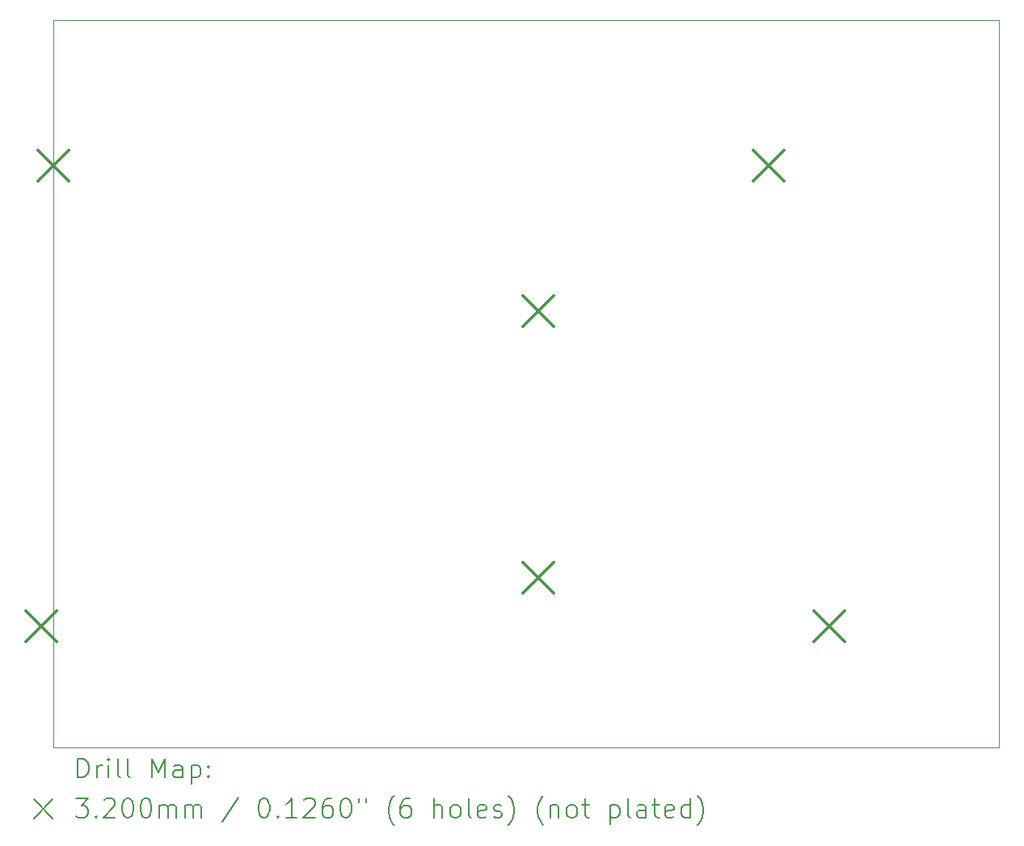
<source format=gbr>
%TF.GenerationSoftware,KiCad,Pcbnew,7.0.9*%
%TF.CreationDate,2023-12-21T11:10:13+01:00*%
%TF.ProjectId,OptiprodV2,4f707469-7072-46f6-9456-322e6b696361,rev?*%
%TF.SameCoordinates,Original*%
%TF.FileFunction,Drillmap*%
%TF.FilePolarity,Positive*%
%FSLAX45Y45*%
G04 Gerber Fmt 4.5, Leading zero omitted, Abs format (unit mm)*
G04 Created by KiCad (PCBNEW 7.0.9) date 2023-12-21 11:10:13*
%MOMM*%
%LPD*%
G01*
G04 APERTURE LIST*
%ADD10C,0.100000*%
%ADD11C,0.200000*%
%ADD12C,0.320000*%
G04 APERTURE END LIST*
D10*
X11176000Y-4318000D02*
X21082000Y-4318000D01*
X21082000Y-11938000D01*
X11176000Y-11938000D01*
X11176000Y-4318000D01*
D11*
D12*
X10889000Y-10508000D02*
X11209000Y-10828000D01*
X11209000Y-10508000D02*
X10889000Y-10828000D01*
X11016000Y-5682000D02*
X11336000Y-6002000D01*
X11336000Y-5682000D02*
X11016000Y-6002000D01*
X16096000Y-7206000D02*
X16416000Y-7526000D01*
X16416000Y-7206000D02*
X16096000Y-7526000D01*
X16096000Y-10000000D02*
X16416000Y-10320000D01*
X16416000Y-10000000D02*
X16096000Y-10320000D01*
X18509000Y-5682000D02*
X18829000Y-6002000D01*
X18829000Y-5682000D02*
X18509000Y-6002000D01*
X19144000Y-10508000D02*
X19464000Y-10828000D01*
X19464000Y-10508000D02*
X19144000Y-10828000D01*
D11*
X11431777Y-12254484D02*
X11431777Y-12054484D01*
X11431777Y-12054484D02*
X11479396Y-12054484D01*
X11479396Y-12054484D02*
X11507967Y-12064008D01*
X11507967Y-12064008D02*
X11527015Y-12083055D01*
X11527015Y-12083055D02*
X11536539Y-12102103D01*
X11536539Y-12102103D02*
X11546062Y-12140198D01*
X11546062Y-12140198D02*
X11546062Y-12168769D01*
X11546062Y-12168769D02*
X11536539Y-12206865D01*
X11536539Y-12206865D02*
X11527015Y-12225912D01*
X11527015Y-12225912D02*
X11507967Y-12244960D01*
X11507967Y-12244960D02*
X11479396Y-12254484D01*
X11479396Y-12254484D02*
X11431777Y-12254484D01*
X11631777Y-12254484D02*
X11631777Y-12121150D01*
X11631777Y-12159246D02*
X11641301Y-12140198D01*
X11641301Y-12140198D02*
X11650824Y-12130674D01*
X11650824Y-12130674D02*
X11669872Y-12121150D01*
X11669872Y-12121150D02*
X11688920Y-12121150D01*
X11755586Y-12254484D02*
X11755586Y-12121150D01*
X11755586Y-12054484D02*
X11746062Y-12064008D01*
X11746062Y-12064008D02*
X11755586Y-12073531D01*
X11755586Y-12073531D02*
X11765110Y-12064008D01*
X11765110Y-12064008D02*
X11755586Y-12054484D01*
X11755586Y-12054484D02*
X11755586Y-12073531D01*
X11879396Y-12254484D02*
X11860348Y-12244960D01*
X11860348Y-12244960D02*
X11850824Y-12225912D01*
X11850824Y-12225912D02*
X11850824Y-12054484D01*
X11984158Y-12254484D02*
X11965110Y-12244960D01*
X11965110Y-12244960D02*
X11955586Y-12225912D01*
X11955586Y-12225912D02*
X11955586Y-12054484D01*
X12212729Y-12254484D02*
X12212729Y-12054484D01*
X12212729Y-12054484D02*
X12279396Y-12197341D01*
X12279396Y-12197341D02*
X12346062Y-12054484D01*
X12346062Y-12054484D02*
X12346062Y-12254484D01*
X12527015Y-12254484D02*
X12527015Y-12149722D01*
X12527015Y-12149722D02*
X12517491Y-12130674D01*
X12517491Y-12130674D02*
X12498443Y-12121150D01*
X12498443Y-12121150D02*
X12460348Y-12121150D01*
X12460348Y-12121150D02*
X12441301Y-12130674D01*
X12527015Y-12244960D02*
X12507967Y-12254484D01*
X12507967Y-12254484D02*
X12460348Y-12254484D01*
X12460348Y-12254484D02*
X12441301Y-12244960D01*
X12441301Y-12244960D02*
X12431777Y-12225912D01*
X12431777Y-12225912D02*
X12431777Y-12206865D01*
X12431777Y-12206865D02*
X12441301Y-12187817D01*
X12441301Y-12187817D02*
X12460348Y-12178293D01*
X12460348Y-12178293D02*
X12507967Y-12178293D01*
X12507967Y-12178293D02*
X12527015Y-12168769D01*
X12622253Y-12121150D02*
X12622253Y-12321150D01*
X12622253Y-12130674D02*
X12641301Y-12121150D01*
X12641301Y-12121150D02*
X12679396Y-12121150D01*
X12679396Y-12121150D02*
X12698443Y-12130674D01*
X12698443Y-12130674D02*
X12707967Y-12140198D01*
X12707967Y-12140198D02*
X12717491Y-12159246D01*
X12717491Y-12159246D02*
X12717491Y-12216388D01*
X12717491Y-12216388D02*
X12707967Y-12235436D01*
X12707967Y-12235436D02*
X12698443Y-12244960D01*
X12698443Y-12244960D02*
X12679396Y-12254484D01*
X12679396Y-12254484D02*
X12641301Y-12254484D01*
X12641301Y-12254484D02*
X12622253Y-12244960D01*
X12803205Y-12235436D02*
X12812729Y-12244960D01*
X12812729Y-12244960D02*
X12803205Y-12254484D01*
X12803205Y-12254484D02*
X12793682Y-12244960D01*
X12793682Y-12244960D02*
X12803205Y-12235436D01*
X12803205Y-12235436D02*
X12803205Y-12254484D01*
X12803205Y-12130674D02*
X12812729Y-12140198D01*
X12812729Y-12140198D02*
X12803205Y-12149722D01*
X12803205Y-12149722D02*
X12793682Y-12140198D01*
X12793682Y-12140198D02*
X12803205Y-12130674D01*
X12803205Y-12130674D02*
X12803205Y-12149722D01*
X10971000Y-12483000D02*
X11171000Y-12683000D01*
X11171000Y-12483000D02*
X10971000Y-12683000D01*
X11412729Y-12474484D02*
X11536539Y-12474484D01*
X11536539Y-12474484D02*
X11469872Y-12550674D01*
X11469872Y-12550674D02*
X11498443Y-12550674D01*
X11498443Y-12550674D02*
X11517491Y-12560198D01*
X11517491Y-12560198D02*
X11527015Y-12569722D01*
X11527015Y-12569722D02*
X11536539Y-12588769D01*
X11536539Y-12588769D02*
X11536539Y-12636388D01*
X11536539Y-12636388D02*
X11527015Y-12655436D01*
X11527015Y-12655436D02*
X11517491Y-12664960D01*
X11517491Y-12664960D02*
X11498443Y-12674484D01*
X11498443Y-12674484D02*
X11441301Y-12674484D01*
X11441301Y-12674484D02*
X11422253Y-12664960D01*
X11422253Y-12664960D02*
X11412729Y-12655436D01*
X11622253Y-12655436D02*
X11631777Y-12664960D01*
X11631777Y-12664960D02*
X11622253Y-12674484D01*
X11622253Y-12674484D02*
X11612729Y-12664960D01*
X11612729Y-12664960D02*
X11622253Y-12655436D01*
X11622253Y-12655436D02*
X11622253Y-12674484D01*
X11707967Y-12493531D02*
X11717491Y-12484008D01*
X11717491Y-12484008D02*
X11736539Y-12474484D01*
X11736539Y-12474484D02*
X11784158Y-12474484D01*
X11784158Y-12474484D02*
X11803205Y-12484008D01*
X11803205Y-12484008D02*
X11812729Y-12493531D01*
X11812729Y-12493531D02*
X11822253Y-12512579D01*
X11822253Y-12512579D02*
X11822253Y-12531627D01*
X11822253Y-12531627D02*
X11812729Y-12560198D01*
X11812729Y-12560198D02*
X11698443Y-12674484D01*
X11698443Y-12674484D02*
X11822253Y-12674484D01*
X11946062Y-12474484D02*
X11965110Y-12474484D01*
X11965110Y-12474484D02*
X11984158Y-12484008D01*
X11984158Y-12484008D02*
X11993682Y-12493531D01*
X11993682Y-12493531D02*
X12003205Y-12512579D01*
X12003205Y-12512579D02*
X12012729Y-12550674D01*
X12012729Y-12550674D02*
X12012729Y-12598293D01*
X12012729Y-12598293D02*
X12003205Y-12636388D01*
X12003205Y-12636388D02*
X11993682Y-12655436D01*
X11993682Y-12655436D02*
X11984158Y-12664960D01*
X11984158Y-12664960D02*
X11965110Y-12674484D01*
X11965110Y-12674484D02*
X11946062Y-12674484D01*
X11946062Y-12674484D02*
X11927015Y-12664960D01*
X11927015Y-12664960D02*
X11917491Y-12655436D01*
X11917491Y-12655436D02*
X11907967Y-12636388D01*
X11907967Y-12636388D02*
X11898443Y-12598293D01*
X11898443Y-12598293D02*
X11898443Y-12550674D01*
X11898443Y-12550674D02*
X11907967Y-12512579D01*
X11907967Y-12512579D02*
X11917491Y-12493531D01*
X11917491Y-12493531D02*
X11927015Y-12484008D01*
X11927015Y-12484008D02*
X11946062Y-12474484D01*
X12136539Y-12474484D02*
X12155586Y-12474484D01*
X12155586Y-12474484D02*
X12174634Y-12484008D01*
X12174634Y-12484008D02*
X12184158Y-12493531D01*
X12184158Y-12493531D02*
X12193682Y-12512579D01*
X12193682Y-12512579D02*
X12203205Y-12550674D01*
X12203205Y-12550674D02*
X12203205Y-12598293D01*
X12203205Y-12598293D02*
X12193682Y-12636388D01*
X12193682Y-12636388D02*
X12184158Y-12655436D01*
X12184158Y-12655436D02*
X12174634Y-12664960D01*
X12174634Y-12664960D02*
X12155586Y-12674484D01*
X12155586Y-12674484D02*
X12136539Y-12674484D01*
X12136539Y-12674484D02*
X12117491Y-12664960D01*
X12117491Y-12664960D02*
X12107967Y-12655436D01*
X12107967Y-12655436D02*
X12098443Y-12636388D01*
X12098443Y-12636388D02*
X12088920Y-12598293D01*
X12088920Y-12598293D02*
X12088920Y-12550674D01*
X12088920Y-12550674D02*
X12098443Y-12512579D01*
X12098443Y-12512579D02*
X12107967Y-12493531D01*
X12107967Y-12493531D02*
X12117491Y-12484008D01*
X12117491Y-12484008D02*
X12136539Y-12474484D01*
X12288920Y-12674484D02*
X12288920Y-12541150D01*
X12288920Y-12560198D02*
X12298443Y-12550674D01*
X12298443Y-12550674D02*
X12317491Y-12541150D01*
X12317491Y-12541150D02*
X12346063Y-12541150D01*
X12346063Y-12541150D02*
X12365110Y-12550674D01*
X12365110Y-12550674D02*
X12374634Y-12569722D01*
X12374634Y-12569722D02*
X12374634Y-12674484D01*
X12374634Y-12569722D02*
X12384158Y-12550674D01*
X12384158Y-12550674D02*
X12403205Y-12541150D01*
X12403205Y-12541150D02*
X12431777Y-12541150D01*
X12431777Y-12541150D02*
X12450824Y-12550674D01*
X12450824Y-12550674D02*
X12460348Y-12569722D01*
X12460348Y-12569722D02*
X12460348Y-12674484D01*
X12555586Y-12674484D02*
X12555586Y-12541150D01*
X12555586Y-12560198D02*
X12565110Y-12550674D01*
X12565110Y-12550674D02*
X12584158Y-12541150D01*
X12584158Y-12541150D02*
X12612729Y-12541150D01*
X12612729Y-12541150D02*
X12631777Y-12550674D01*
X12631777Y-12550674D02*
X12641301Y-12569722D01*
X12641301Y-12569722D02*
X12641301Y-12674484D01*
X12641301Y-12569722D02*
X12650824Y-12550674D01*
X12650824Y-12550674D02*
X12669872Y-12541150D01*
X12669872Y-12541150D02*
X12698443Y-12541150D01*
X12698443Y-12541150D02*
X12717491Y-12550674D01*
X12717491Y-12550674D02*
X12727015Y-12569722D01*
X12727015Y-12569722D02*
X12727015Y-12674484D01*
X13117491Y-12464960D02*
X12946063Y-12722103D01*
X13374634Y-12474484D02*
X13393682Y-12474484D01*
X13393682Y-12474484D02*
X13412729Y-12484008D01*
X13412729Y-12484008D02*
X13422253Y-12493531D01*
X13422253Y-12493531D02*
X13431777Y-12512579D01*
X13431777Y-12512579D02*
X13441301Y-12550674D01*
X13441301Y-12550674D02*
X13441301Y-12598293D01*
X13441301Y-12598293D02*
X13431777Y-12636388D01*
X13431777Y-12636388D02*
X13422253Y-12655436D01*
X13422253Y-12655436D02*
X13412729Y-12664960D01*
X13412729Y-12664960D02*
X13393682Y-12674484D01*
X13393682Y-12674484D02*
X13374634Y-12674484D01*
X13374634Y-12674484D02*
X13355586Y-12664960D01*
X13355586Y-12664960D02*
X13346063Y-12655436D01*
X13346063Y-12655436D02*
X13336539Y-12636388D01*
X13336539Y-12636388D02*
X13327015Y-12598293D01*
X13327015Y-12598293D02*
X13327015Y-12550674D01*
X13327015Y-12550674D02*
X13336539Y-12512579D01*
X13336539Y-12512579D02*
X13346063Y-12493531D01*
X13346063Y-12493531D02*
X13355586Y-12484008D01*
X13355586Y-12484008D02*
X13374634Y-12474484D01*
X13527015Y-12655436D02*
X13536539Y-12664960D01*
X13536539Y-12664960D02*
X13527015Y-12674484D01*
X13527015Y-12674484D02*
X13517491Y-12664960D01*
X13517491Y-12664960D02*
X13527015Y-12655436D01*
X13527015Y-12655436D02*
X13527015Y-12674484D01*
X13727015Y-12674484D02*
X13612729Y-12674484D01*
X13669872Y-12674484D02*
X13669872Y-12474484D01*
X13669872Y-12474484D02*
X13650825Y-12503055D01*
X13650825Y-12503055D02*
X13631777Y-12522103D01*
X13631777Y-12522103D02*
X13612729Y-12531627D01*
X13803206Y-12493531D02*
X13812729Y-12484008D01*
X13812729Y-12484008D02*
X13831777Y-12474484D01*
X13831777Y-12474484D02*
X13879396Y-12474484D01*
X13879396Y-12474484D02*
X13898444Y-12484008D01*
X13898444Y-12484008D02*
X13907967Y-12493531D01*
X13907967Y-12493531D02*
X13917491Y-12512579D01*
X13917491Y-12512579D02*
X13917491Y-12531627D01*
X13917491Y-12531627D02*
X13907967Y-12560198D01*
X13907967Y-12560198D02*
X13793682Y-12674484D01*
X13793682Y-12674484D02*
X13917491Y-12674484D01*
X14088920Y-12474484D02*
X14050825Y-12474484D01*
X14050825Y-12474484D02*
X14031777Y-12484008D01*
X14031777Y-12484008D02*
X14022253Y-12493531D01*
X14022253Y-12493531D02*
X14003206Y-12522103D01*
X14003206Y-12522103D02*
X13993682Y-12560198D01*
X13993682Y-12560198D02*
X13993682Y-12636388D01*
X13993682Y-12636388D02*
X14003206Y-12655436D01*
X14003206Y-12655436D02*
X14012729Y-12664960D01*
X14012729Y-12664960D02*
X14031777Y-12674484D01*
X14031777Y-12674484D02*
X14069872Y-12674484D01*
X14069872Y-12674484D02*
X14088920Y-12664960D01*
X14088920Y-12664960D02*
X14098444Y-12655436D01*
X14098444Y-12655436D02*
X14107967Y-12636388D01*
X14107967Y-12636388D02*
X14107967Y-12588769D01*
X14107967Y-12588769D02*
X14098444Y-12569722D01*
X14098444Y-12569722D02*
X14088920Y-12560198D01*
X14088920Y-12560198D02*
X14069872Y-12550674D01*
X14069872Y-12550674D02*
X14031777Y-12550674D01*
X14031777Y-12550674D02*
X14012729Y-12560198D01*
X14012729Y-12560198D02*
X14003206Y-12569722D01*
X14003206Y-12569722D02*
X13993682Y-12588769D01*
X14231777Y-12474484D02*
X14250825Y-12474484D01*
X14250825Y-12474484D02*
X14269872Y-12484008D01*
X14269872Y-12484008D02*
X14279396Y-12493531D01*
X14279396Y-12493531D02*
X14288920Y-12512579D01*
X14288920Y-12512579D02*
X14298444Y-12550674D01*
X14298444Y-12550674D02*
X14298444Y-12598293D01*
X14298444Y-12598293D02*
X14288920Y-12636388D01*
X14288920Y-12636388D02*
X14279396Y-12655436D01*
X14279396Y-12655436D02*
X14269872Y-12664960D01*
X14269872Y-12664960D02*
X14250825Y-12674484D01*
X14250825Y-12674484D02*
X14231777Y-12674484D01*
X14231777Y-12674484D02*
X14212729Y-12664960D01*
X14212729Y-12664960D02*
X14203206Y-12655436D01*
X14203206Y-12655436D02*
X14193682Y-12636388D01*
X14193682Y-12636388D02*
X14184158Y-12598293D01*
X14184158Y-12598293D02*
X14184158Y-12550674D01*
X14184158Y-12550674D02*
X14193682Y-12512579D01*
X14193682Y-12512579D02*
X14203206Y-12493531D01*
X14203206Y-12493531D02*
X14212729Y-12484008D01*
X14212729Y-12484008D02*
X14231777Y-12474484D01*
X14374634Y-12474484D02*
X14374634Y-12512579D01*
X14450825Y-12474484D02*
X14450825Y-12512579D01*
X14746063Y-12750674D02*
X14736539Y-12741150D01*
X14736539Y-12741150D02*
X14717491Y-12712579D01*
X14717491Y-12712579D02*
X14707968Y-12693531D01*
X14707968Y-12693531D02*
X14698444Y-12664960D01*
X14698444Y-12664960D02*
X14688920Y-12617341D01*
X14688920Y-12617341D02*
X14688920Y-12579246D01*
X14688920Y-12579246D02*
X14698444Y-12531627D01*
X14698444Y-12531627D02*
X14707968Y-12503055D01*
X14707968Y-12503055D02*
X14717491Y-12484008D01*
X14717491Y-12484008D02*
X14736539Y-12455436D01*
X14736539Y-12455436D02*
X14746063Y-12445912D01*
X14907968Y-12474484D02*
X14869872Y-12474484D01*
X14869872Y-12474484D02*
X14850825Y-12484008D01*
X14850825Y-12484008D02*
X14841301Y-12493531D01*
X14841301Y-12493531D02*
X14822253Y-12522103D01*
X14822253Y-12522103D02*
X14812729Y-12560198D01*
X14812729Y-12560198D02*
X14812729Y-12636388D01*
X14812729Y-12636388D02*
X14822253Y-12655436D01*
X14822253Y-12655436D02*
X14831777Y-12664960D01*
X14831777Y-12664960D02*
X14850825Y-12674484D01*
X14850825Y-12674484D02*
X14888920Y-12674484D01*
X14888920Y-12674484D02*
X14907968Y-12664960D01*
X14907968Y-12664960D02*
X14917491Y-12655436D01*
X14917491Y-12655436D02*
X14927015Y-12636388D01*
X14927015Y-12636388D02*
X14927015Y-12588769D01*
X14927015Y-12588769D02*
X14917491Y-12569722D01*
X14917491Y-12569722D02*
X14907968Y-12560198D01*
X14907968Y-12560198D02*
X14888920Y-12550674D01*
X14888920Y-12550674D02*
X14850825Y-12550674D01*
X14850825Y-12550674D02*
X14831777Y-12560198D01*
X14831777Y-12560198D02*
X14822253Y-12569722D01*
X14822253Y-12569722D02*
X14812729Y-12588769D01*
X15165110Y-12674484D02*
X15165110Y-12474484D01*
X15250825Y-12674484D02*
X15250825Y-12569722D01*
X15250825Y-12569722D02*
X15241301Y-12550674D01*
X15241301Y-12550674D02*
X15222253Y-12541150D01*
X15222253Y-12541150D02*
X15193682Y-12541150D01*
X15193682Y-12541150D02*
X15174634Y-12550674D01*
X15174634Y-12550674D02*
X15165110Y-12560198D01*
X15374634Y-12674484D02*
X15355587Y-12664960D01*
X15355587Y-12664960D02*
X15346063Y-12655436D01*
X15346063Y-12655436D02*
X15336539Y-12636388D01*
X15336539Y-12636388D02*
X15336539Y-12579246D01*
X15336539Y-12579246D02*
X15346063Y-12560198D01*
X15346063Y-12560198D02*
X15355587Y-12550674D01*
X15355587Y-12550674D02*
X15374634Y-12541150D01*
X15374634Y-12541150D02*
X15403206Y-12541150D01*
X15403206Y-12541150D02*
X15422253Y-12550674D01*
X15422253Y-12550674D02*
X15431777Y-12560198D01*
X15431777Y-12560198D02*
X15441301Y-12579246D01*
X15441301Y-12579246D02*
X15441301Y-12636388D01*
X15441301Y-12636388D02*
X15431777Y-12655436D01*
X15431777Y-12655436D02*
X15422253Y-12664960D01*
X15422253Y-12664960D02*
X15403206Y-12674484D01*
X15403206Y-12674484D02*
X15374634Y-12674484D01*
X15555587Y-12674484D02*
X15536539Y-12664960D01*
X15536539Y-12664960D02*
X15527015Y-12645912D01*
X15527015Y-12645912D02*
X15527015Y-12474484D01*
X15707968Y-12664960D02*
X15688920Y-12674484D01*
X15688920Y-12674484D02*
X15650825Y-12674484D01*
X15650825Y-12674484D02*
X15631777Y-12664960D01*
X15631777Y-12664960D02*
X15622253Y-12645912D01*
X15622253Y-12645912D02*
X15622253Y-12569722D01*
X15622253Y-12569722D02*
X15631777Y-12550674D01*
X15631777Y-12550674D02*
X15650825Y-12541150D01*
X15650825Y-12541150D02*
X15688920Y-12541150D01*
X15688920Y-12541150D02*
X15707968Y-12550674D01*
X15707968Y-12550674D02*
X15717491Y-12569722D01*
X15717491Y-12569722D02*
X15717491Y-12588769D01*
X15717491Y-12588769D02*
X15622253Y-12607817D01*
X15793682Y-12664960D02*
X15812730Y-12674484D01*
X15812730Y-12674484D02*
X15850825Y-12674484D01*
X15850825Y-12674484D02*
X15869872Y-12664960D01*
X15869872Y-12664960D02*
X15879396Y-12645912D01*
X15879396Y-12645912D02*
X15879396Y-12636388D01*
X15879396Y-12636388D02*
X15869872Y-12617341D01*
X15869872Y-12617341D02*
X15850825Y-12607817D01*
X15850825Y-12607817D02*
X15822253Y-12607817D01*
X15822253Y-12607817D02*
X15803206Y-12598293D01*
X15803206Y-12598293D02*
X15793682Y-12579246D01*
X15793682Y-12579246D02*
X15793682Y-12569722D01*
X15793682Y-12569722D02*
X15803206Y-12550674D01*
X15803206Y-12550674D02*
X15822253Y-12541150D01*
X15822253Y-12541150D02*
X15850825Y-12541150D01*
X15850825Y-12541150D02*
X15869872Y-12550674D01*
X15946063Y-12750674D02*
X15955587Y-12741150D01*
X15955587Y-12741150D02*
X15974634Y-12712579D01*
X15974634Y-12712579D02*
X15984158Y-12693531D01*
X15984158Y-12693531D02*
X15993682Y-12664960D01*
X15993682Y-12664960D02*
X16003206Y-12617341D01*
X16003206Y-12617341D02*
X16003206Y-12579246D01*
X16003206Y-12579246D02*
X15993682Y-12531627D01*
X15993682Y-12531627D02*
X15984158Y-12503055D01*
X15984158Y-12503055D02*
X15974634Y-12484008D01*
X15974634Y-12484008D02*
X15955587Y-12455436D01*
X15955587Y-12455436D02*
X15946063Y-12445912D01*
X16307968Y-12750674D02*
X16298444Y-12741150D01*
X16298444Y-12741150D02*
X16279396Y-12712579D01*
X16279396Y-12712579D02*
X16269872Y-12693531D01*
X16269872Y-12693531D02*
X16260349Y-12664960D01*
X16260349Y-12664960D02*
X16250825Y-12617341D01*
X16250825Y-12617341D02*
X16250825Y-12579246D01*
X16250825Y-12579246D02*
X16260349Y-12531627D01*
X16260349Y-12531627D02*
X16269872Y-12503055D01*
X16269872Y-12503055D02*
X16279396Y-12484008D01*
X16279396Y-12484008D02*
X16298444Y-12455436D01*
X16298444Y-12455436D02*
X16307968Y-12445912D01*
X16384158Y-12541150D02*
X16384158Y-12674484D01*
X16384158Y-12560198D02*
X16393682Y-12550674D01*
X16393682Y-12550674D02*
X16412730Y-12541150D01*
X16412730Y-12541150D02*
X16441301Y-12541150D01*
X16441301Y-12541150D02*
X16460349Y-12550674D01*
X16460349Y-12550674D02*
X16469872Y-12569722D01*
X16469872Y-12569722D02*
X16469872Y-12674484D01*
X16593682Y-12674484D02*
X16574634Y-12664960D01*
X16574634Y-12664960D02*
X16565111Y-12655436D01*
X16565111Y-12655436D02*
X16555587Y-12636388D01*
X16555587Y-12636388D02*
X16555587Y-12579246D01*
X16555587Y-12579246D02*
X16565111Y-12560198D01*
X16565111Y-12560198D02*
X16574634Y-12550674D01*
X16574634Y-12550674D02*
X16593682Y-12541150D01*
X16593682Y-12541150D02*
X16622253Y-12541150D01*
X16622253Y-12541150D02*
X16641301Y-12550674D01*
X16641301Y-12550674D02*
X16650825Y-12560198D01*
X16650825Y-12560198D02*
X16660349Y-12579246D01*
X16660349Y-12579246D02*
X16660349Y-12636388D01*
X16660349Y-12636388D02*
X16650825Y-12655436D01*
X16650825Y-12655436D02*
X16641301Y-12664960D01*
X16641301Y-12664960D02*
X16622253Y-12674484D01*
X16622253Y-12674484D02*
X16593682Y-12674484D01*
X16717492Y-12541150D02*
X16793682Y-12541150D01*
X16746063Y-12474484D02*
X16746063Y-12645912D01*
X16746063Y-12645912D02*
X16755587Y-12664960D01*
X16755587Y-12664960D02*
X16774634Y-12674484D01*
X16774634Y-12674484D02*
X16793682Y-12674484D01*
X17012730Y-12541150D02*
X17012730Y-12741150D01*
X17012730Y-12550674D02*
X17031777Y-12541150D01*
X17031777Y-12541150D02*
X17069873Y-12541150D01*
X17069873Y-12541150D02*
X17088920Y-12550674D01*
X17088920Y-12550674D02*
X17098444Y-12560198D01*
X17098444Y-12560198D02*
X17107968Y-12579246D01*
X17107968Y-12579246D02*
X17107968Y-12636388D01*
X17107968Y-12636388D02*
X17098444Y-12655436D01*
X17098444Y-12655436D02*
X17088920Y-12664960D01*
X17088920Y-12664960D02*
X17069873Y-12674484D01*
X17069873Y-12674484D02*
X17031777Y-12674484D01*
X17031777Y-12674484D02*
X17012730Y-12664960D01*
X17222254Y-12674484D02*
X17203206Y-12664960D01*
X17203206Y-12664960D02*
X17193682Y-12645912D01*
X17193682Y-12645912D02*
X17193682Y-12474484D01*
X17384158Y-12674484D02*
X17384158Y-12569722D01*
X17384158Y-12569722D02*
X17374635Y-12550674D01*
X17374635Y-12550674D02*
X17355587Y-12541150D01*
X17355587Y-12541150D02*
X17317492Y-12541150D01*
X17317492Y-12541150D02*
X17298444Y-12550674D01*
X17384158Y-12664960D02*
X17365111Y-12674484D01*
X17365111Y-12674484D02*
X17317492Y-12674484D01*
X17317492Y-12674484D02*
X17298444Y-12664960D01*
X17298444Y-12664960D02*
X17288920Y-12645912D01*
X17288920Y-12645912D02*
X17288920Y-12626865D01*
X17288920Y-12626865D02*
X17298444Y-12607817D01*
X17298444Y-12607817D02*
X17317492Y-12598293D01*
X17317492Y-12598293D02*
X17365111Y-12598293D01*
X17365111Y-12598293D02*
X17384158Y-12588769D01*
X17450825Y-12541150D02*
X17527015Y-12541150D01*
X17479396Y-12474484D02*
X17479396Y-12645912D01*
X17479396Y-12645912D02*
X17488920Y-12664960D01*
X17488920Y-12664960D02*
X17507968Y-12674484D01*
X17507968Y-12674484D02*
X17527015Y-12674484D01*
X17669873Y-12664960D02*
X17650825Y-12674484D01*
X17650825Y-12674484D02*
X17612730Y-12674484D01*
X17612730Y-12674484D02*
X17593682Y-12664960D01*
X17593682Y-12664960D02*
X17584158Y-12645912D01*
X17584158Y-12645912D02*
X17584158Y-12569722D01*
X17584158Y-12569722D02*
X17593682Y-12550674D01*
X17593682Y-12550674D02*
X17612730Y-12541150D01*
X17612730Y-12541150D02*
X17650825Y-12541150D01*
X17650825Y-12541150D02*
X17669873Y-12550674D01*
X17669873Y-12550674D02*
X17679396Y-12569722D01*
X17679396Y-12569722D02*
X17679396Y-12588769D01*
X17679396Y-12588769D02*
X17584158Y-12607817D01*
X17850825Y-12674484D02*
X17850825Y-12474484D01*
X17850825Y-12664960D02*
X17831777Y-12674484D01*
X17831777Y-12674484D02*
X17793682Y-12674484D01*
X17793682Y-12674484D02*
X17774635Y-12664960D01*
X17774635Y-12664960D02*
X17765111Y-12655436D01*
X17765111Y-12655436D02*
X17755587Y-12636388D01*
X17755587Y-12636388D02*
X17755587Y-12579246D01*
X17755587Y-12579246D02*
X17765111Y-12560198D01*
X17765111Y-12560198D02*
X17774635Y-12550674D01*
X17774635Y-12550674D02*
X17793682Y-12541150D01*
X17793682Y-12541150D02*
X17831777Y-12541150D01*
X17831777Y-12541150D02*
X17850825Y-12550674D01*
X17927016Y-12750674D02*
X17936539Y-12741150D01*
X17936539Y-12741150D02*
X17955587Y-12712579D01*
X17955587Y-12712579D02*
X17965111Y-12693531D01*
X17965111Y-12693531D02*
X17974635Y-12664960D01*
X17974635Y-12664960D02*
X17984158Y-12617341D01*
X17984158Y-12617341D02*
X17984158Y-12579246D01*
X17984158Y-12579246D02*
X17974635Y-12531627D01*
X17974635Y-12531627D02*
X17965111Y-12503055D01*
X17965111Y-12503055D02*
X17955587Y-12484008D01*
X17955587Y-12484008D02*
X17936539Y-12455436D01*
X17936539Y-12455436D02*
X17927016Y-12445912D01*
M02*

</source>
